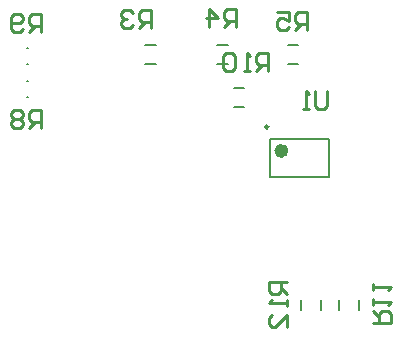
<source format=gbr>
%TF.GenerationSoftware,Altium Limited,Altium Designer,23.6.0 (18)*%
G04 Layer_Color=32896*
%FSLAX45Y45*%
%MOMM*%
%TF.SameCoordinates,CF38A103-D8AE-499C-B0C4-B378558345B8*%
%TF.FilePolarity,Positive*%
%TF.FileFunction,Legend,Bot*%
%TF.Part,Single*%
G01*
G75*
%TA.AperFunction,NonConductor*%
%ADD25C,0.25000*%
%ADD26C,0.20000*%
%ADD27C,0.25400*%
%ADD28C,0.60000*%
D25*
X5899000Y10803500D02*
G03*
X5899000Y10803500I-12500J0D01*
G01*
D26*
X5466800Y11499800D02*
X5556800D01*
X5466800Y11334800D02*
X5556800D01*
X6343600Y9251400D02*
Y9341400D01*
X6178600Y9251400D02*
Y9341400D01*
X6499026Y9251400D02*
Y9341400D01*
X6664026Y9251400D02*
Y9341400D01*
X3855800Y11339600D02*
X3865800D01*
X3855800Y11469600D02*
X3865800D01*
X3855800Y11059175D02*
X3865800D01*
X3855800Y11189175D02*
X3865800D01*
X6063700Y11334800D02*
X6153700D01*
X6063700Y11499800D02*
X6153700D01*
X4857200D02*
X4947200D01*
X4857200Y11334800D02*
X4947200D01*
X5606500Y11133925D02*
X5696500D01*
X5606500Y10968925D02*
X5696500D01*
X6409500Y10381000D02*
Y10701000D01*
X5909500Y10381000D02*
Y10701000D01*
Y10381000D02*
X6409500D01*
X5909500Y10701000D02*
X6409500D01*
D27*
X6057875Y9486838D02*
X5905525D01*
Y9410663D01*
X5930917Y9385271D01*
X5981700D01*
X6007092Y9410663D01*
Y9486838D01*
Y9436055D02*
X6057875Y9385271D01*
Y9334488D02*
Y9283704D01*
Y9309096D01*
X5905525D01*
X5930917Y9334488D01*
X6057875Y9105961D02*
Y9207529D01*
X5956308Y9105961D01*
X5930917D01*
X5905525Y9131353D01*
Y9182137D01*
X5930917Y9207529D01*
X6395720Y11107371D02*
Y10980412D01*
X6370328Y10955020D01*
X6319545D01*
X6294153Y10980412D01*
Y11107371D01*
X6243369Y10955020D02*
X6192586D01*
X6217977D01*
Y11107371D01*
X6243369Y11081979D01*
X6784750Y9144053D02*
X6937101D01*
Y9220229D01*
X6911709Y9245621D01*
X6860926D01*
X6835534Y9220229D01*
Y9144053D01*
Y9194837D02*
X6784750Y9245621D01*
Y9296404D02*
Y9347188D01*
Y9321796D01*
X6937101D01*
X6911709Y9296404D01*
X6784750Y9423363D02*
Y9474146D01*
Y9448755D01*
X6937101D01*
X6911709Y9423363D01*
X5897880Y11275060D02*
Y11427411D01*
X5821705D01*
X5796313Y11402019D01*
Y11351235D01*
X5821705Y11325843D01*
X5897880D01*
X5847097D02*
X5796313Y11275060D01*
X5745529D02*
X5694746D01*
X5720137D01*
Y11427411D01*
X5745529Y11402019D01*
X5618570D02*
X5593179Y11427411D01*
X5542395D01*
X5517003Y11402019D01*
Y11300452D01*
X5542395Y11275060D01*
X5593179D01*
X5618570Y11300452D01*
Y11402019D01*
X3975059Y11607825D02*
Y11760175D01*
X3898883D01*
X3873492Y11734783D01*
Y11684000D01*
X3898883Y11658608D01*
X3975059D01*
X3924275D02*
X3873492Y11607825D01*
X3822708Y11633217D02*
X3797316Y11607825D01*
X3746533D01*
X3721141Y11633217D01*
Y11734783D01*
X3746533Y11760175D01*
X3797316D01*
X3822708Y11734783D01*
Y11709392D01*
X3797316Y11684000D01*
X3721141D01*
X3975059Y10793999D02*
Y10946350D01*
X3898883D01*
X3873492Y10920958D01*
Y10870175D01*
X3898883Y10844783D01*
X3975059D01*
X3924275D02*
X3873492Y10793999D01*
X3822708Y10920958D02*
X3797316Y10946350D01*
X3746533D01*
X3721141Y10920958D01*
Y10895566D01*
X3746533Y10870175D01*
X3721141Y10844783D01*
Y10819391D01*
X3746533Y10793999D01*
X3797316D01*
X3822708Y10819391D01*
Y10844783D01*
X3797316Y10870175D01*
X3822708Y10895566D01*
Y10920958D01*
X3797316Y10870175D02*
X3746533D01*
X6222959Y11620525D02*
Y11772875D01*
X6146783D01*
X6121392Y11747483D01*
Y11696700D01*
X6146783Y11671308D01*
X6222959D01*
X6172175D02*
X6121392Y11620525D01*
X5969041Y11772875D02*
X6070608D01*
Y11696700D01*
X6019825Y11722092D01*
X5994433D01*
X5969041Y11696700D01*
Y11645917D01*
X5994433Y11620525D01*
X6045216D01*
X6070608Y11645917D01*
X5626059Y11645925D02*
Y11798275D01*
X5549883D01*
X5524492Y11772883D01*
Y11722100D01*
X5549883Y11696708D01*
X5626059D01*
X5575275D02*
X5524492Y11645925D01*
X5397533D02*
Y11798275D01*
X5473708Y11722100D01*
X5372141D01*
X4909820Y11640820D02*
Y11793171D01*
X4833645D01*
X4808253Y11767779D01*
Y11716995D01*
X4833645Y11691603D01*
X4909820D01*
X4859037D02*
X4808253Y11640820D01*
X4757469Y11767779D02*
X4732077Y11793171D01*
X4681294D01*
X4655902Y11767779D01*
Y11742387D01*
X4681294Y11716995D01*
X4706686D01*
X4681294D01*
X4655902Y11691603D01*
Y11666212D01*
X4681294Y11640820D01*
X4732077D01*
X4757469Y11666212D01*
D28*
X6039500Y10601000D02*
G03*
X6039500Y10601000I-30000J0D01*
G01*
%TF.MD5,82247084131eb490ea2da253d8081df4*%
M02*

</source>
